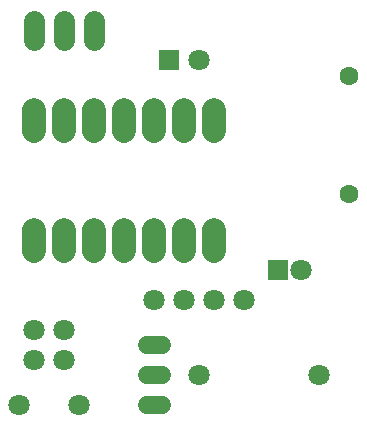
<source format=gbs>
G75*
%MOIN*%
%OFA0B0*%
%FSLAX25Y25*%
%IPPOS*%
%LPD*%
%AMOC8*
5,1,8,0,0,1.08239X$1,22.5*
%
%ADD10C,0.07887*%
%ADD11C,0.07099*%
%ADD12R,0.07099X0.07099*%
%ADD13C,0.07099*%
%ADD14C,0.06312*%
%ADD15C,0.06000*%
D10*
X0034937Y0076394D02*
X0034937Y0083480D01*
X0044937Y0083480D02*
X0044937Y0076394D01*
X0054937Y0076394D02*
X0054937Y0083480D01*
X0064937Y0083480D02*
X0064937Y0076394D01*
X0074937Y0076394D02*
X0074937Y0083480D01*
X0084937Y0083480D02*
X0084937Y0076394D01*
X0094937Y0076394D02*
X0094937Y0083480D01*
X0094937Y0116394D02*
X0094937Y0123480D01*
X0084937Y0123480D02*
X0084937Y0116394D01*
X0074937Y0116394D02*
X0074937Y0123480D01*
X0064937Y0123480D02*
X0064937Y0116394D01*
X0054937Y0116394D02*
X0054937Y0123480D01*
X0044937Y0123480D02*
X0044937Y0116394D01*
X0034937Y0116394D02*
X0034937Y0123480D01*
D11*
X0029937Y0024937D03*
X0034937Y0039937D03*
X0044937Y0039937D03*
X0044937Y0049937D03*
X0034937Y0049937D03*
X0049937Y0024937D03*
X0074937Y0059937D03*
X0084937Y0059937D03*
X0094937Y0059937D03*
X0104937Y0059937D03*
X0123874Y0069937D03*
X0129937Y0034937D03*
X0089937Y0034937D03*
X0089937Y0139937D03*
D12*
X0079937Y0139937D03*
X0116000Y0069937D03*
D13*
X0054937Y0146787D02*
X0054937Y0153087D01*
X0044937Y0153087D02*
X0044937Y0146787D01*
X0034937Y0146787D02*
X0034937Y0153087D01*
D14*
X0139937Y0134622D03*
X0139937Y0095252D03*
D15*
X0077537Y0044937D02*
X0072337Y0044937D01*
X0072337Y0034937D02*
X0077537Y0034937D01*
X0077537Y0024937D02*
X0072337Y0024937D01*
M02*

</source>
